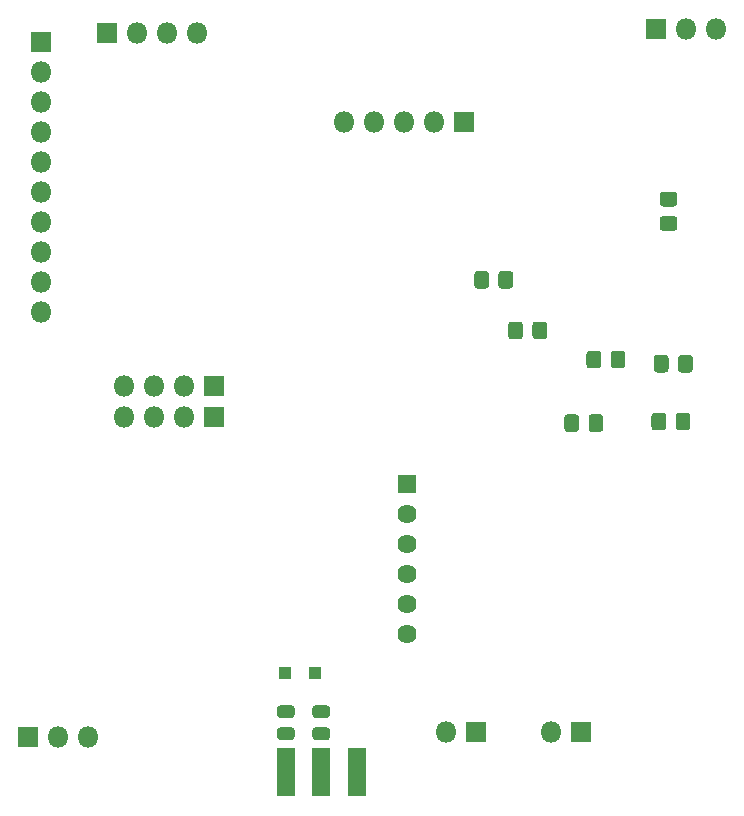
<source format=gbr>
%TF.GenerationSoftware,KiCad,Pcbnew,5.1.6-c6e7f7d~86~ubuntu16.04.1*%
%TF.CreationDate,2021-01-12T06:27:11+00:00*%
%TF.ProjectId,fx502p-minimal-sd,66783530-3270-42d6-9d69-6e696d616c2d,rev?*%
%TF.SameCoordinates,Original*%
%TF.FileFunction,Soldermask,Bot*%
%TF.FilePolarity,Negative*%
%FSLAX46Y46*%
G04 Gerber Fmt 4.6, Leading zero omitted, Abs format (unit mm)*
G04 Created by KiCad (PCBNEW 5.1.6-c6e7f7d~86~ubuntu16.04.1) date 2021-01-12 06:27:11*
%MOMM*%
%LPD*%
G01*
G04 APERTURE LIST*
%ADD10R,1.100000X1.100000*%
%ADD11O,1.800000X1.800000*%
%ADD12R,1.800000X1.800000*%
%ADD13R,1.624000X4.100000*%
%ADD14C,1.624000*%
%ADD15R,1.624000X1.624000*%
G04 APERTURE END LIST*
%TO.C,R22*%
G36*
G01*
X57378262Y-52000000D02*
X56421738Y-52000000D01*
G75*
G02*
X56150000Y-51728262I0J271738D01*
G01*
X56150000Y-51021738D01*
G75*
G02*
X56421738Y-50750000I271738J0D01*
G01*
X57378262Y-50750000D01*
G75*
G02*
X57650000Y-51021738I0J-271738D01*
G01*
X57650000Y-51728262D01*
G75*
G02*
X57378262Y-52000000I-271738J0D01*
G01*
G37*
G36*
G01*
X57378262Y-54050000D02*
X56421738Y-54050000D01*
G75*
G02*
X56150000Y-53778262I0J271738D01*
G01*
X56150000Y-53071738D01*
G75*
G02*
X56421738Y-52800000I271738J0D01*
G01*
X57378262Y-52800000D01*
G75*
G02*
X57650000Y-53071738I0J-271738D01*
G01*
X57650000Y-53778262D01*
G75*
G02*
X57378262Y-54050000I-271738J0D01*
G01*
G37*
%TD*%
D10*
%TO.C,D1*%
X26950000Y-91500000D03*
X24450000Y-91500000D03*
%TD*%
D11*
%TO.C,J7*%
X3810000Y-60960000D03*
X3810000Y-58420000D03*
X3810000Y-55880000D03*
X3810000Y-53340000D03*
X3810000Y-50800000D03*
X3810000Y-48260000D03*
X3810000Y-45720000D03*
X3810000Y-43180000D03*
X3810000Y-40640000D03*
D12*
X3810000Y-38100000D03*
%TD*%
D11*
%TO.C,J6*%
X7780000Y-96900000D03*
X5240000Y-96900000D03*
D12*
X2700000Y-96900000D03*
%TD*%
%TO.C,R6*%
G36*
G01*
X24018750Y-96100000D02*
X24981250Y-96100000D01*
G75*
G02*
X25250000Y-96368750I0J-268750D01*
G01*
X25250000Y-96906250D01*
G75*
G02*
X24981250Y-97175000I-268750J0D01*
G01*
X24018750Y-97175000D01*
G75*
G02*
X23750000Y-96906250I0J268750D01*
G01*
X23750000Y-96368750D01*
G75*
G02*
X24018750Y-96100000I268750J0D01*
G01*
G37*
G36*
G01*
X24018750Y-94225000D02*
X24981250Y-94225000D01*
G75*
G02*
X25250000Y-94493750I0J-268750D01*
G01*
X25250000Y-95031250D01*
G75*
G02*
X24981250Y-95300000I-268750J0D01*
G01*
X24018750Y-95300000D01*
G75*
G02*
X23750000Y-95031250I0J268750D01*
G01*
X23750000Y-94493750D01*
G75*
G02*
X24018750Y-94225000I268750J0D01*
G01*
G37*
%TD*%
%TO.C,R3*%
G36*
G01*
X27018750Y-96100000D02*
X27981250Y-96100000D01*
G75*
G02*
X28250000Y-96368750I0J-268750D01*
G01*
X28250000Y-96906250D01*
G75*
G02*
X27981250Y-97175000I-268750J0D01*
G01*
X27018750Y-97175000D01*
G75*
G02*
X26750000Y-96906250I0J268750D01*
G01*
X26750000Y-96368750D01*
G75*
G02*
X27018750Y-96100000I268750J0D01*
G01*
G37*
G36*
G01*
X27018750Y-94225000D02*
X27981250Y-94225000D01*
G75*
G02*
X28250000Y-94493750I0J-268750D01*
G01*
X28250000Y-95031250D01*
G75*
G02*
X27981250Y-95300000I-268750J0D01*
G01*
X27018750Y-95300000D01*
G75*
G02*
X26750000Y-95031250I0J268750D01*
G01*
X26750000Y-94493750D01*
G75*
G02*
X27018750Y-94225000I268750J0D01*
G01*
G37*
%TD*%
D13*
%TO.C,P1*%
X30500000Y-99900000D03*
X27500000Y-99900000D03*
X24500000Y-99900000D03*
%TD*%
D11*
%TO.C,J10*%
X17020000Y-37310000D03*
X14480000Y-37310000D03*
X11940000Y-37310000D03*
D12*
X9400000Y-37310000D03*
%TD*%
D11*
%TO.C,J9*%
X29390000Y-44800000D03*
X31930000Y-44800000D03*
X34470000Y-44800000D03*
X37010000Y-44800000D03*
D12*
X39550000Y-44800000D03*
%TD*%
D11*
%TO.C,J5*%
X10780000Y-67160000D03*
X13320000Y-67160000D03*
X15860000Y-67160000D03*
D12*
X18400000Y-67160000D03*
%TD*%
D11*
%TO.C,J4*%
X10780000Y-69800000D03*
X13320000Y-69800000D03*
X15860000Y-69800000D03*
D12*
X18400000Y-69800000D03*
%TD*%
D11*
%TO.C,J3*%
X60930000Y-37000000D03*
X58390000Y-37000000D03*
D12*
X55850000Y-37000000D03*
%TD*%
D11*
%TO.C,J2*%
X38100000Y-96520000D03*
D12*
X40640000Y-96520000D03*
%TD*%
D11*
%TO.C,J1*%
X46990000Y-96520000D03*
D12*
X49530000Y-96520000D03*
%TD*%
%TO.C,C35*%
G36*
G01*
X52000000Y-65428262D02*
X52000000Y-64471738D01*
G75*
G02*
X52271738Y-64200000I271738J0D01*
G01*
X52978262Y-64200000D01*
G75*
G02*
X53250000Y-64471738I0J-271738D01*
G01*
X53250000Y-65428262D01*
G75*
G02*
X52978262Y-65700000I-271738J0D01*
G01*
X52271738Y-65700000D01*
G75*
G02*
X52000000Y-65428262I0J271738D01*
G01*
G37*
G36*
G01*
X49950000Y-65428262D02*
X49950000Y-64471738D01*
G75*
G02*
X50221738Y-64200000I271738J0D01*
G01*
X50928262Y-64200000D01*
G75*
G02*
X51200000Y-64471738I0J-271738D01*
G01*
X51200000Y-65428262D01*
G75*
G02*
X50928262Y-65700000I-271738J0D01*
G01*
X50221738Y-65700000D01*
G75*
G02*
X49950000Y-65428262I0J271738D01*
G01*
G37*
%TD*%
%TO.C,C34*%
G36*
G01*
X50125001Y-70813263D02*
X50125001Y-69856739D01*
G75*
G02*
X50396739Y-69585001I271738J0D01*
G01*
X51103263Y-69585001D01*
G75*
G02*
X51375001Y-69856739I0J-271738D01*
G01*
X51375001Y-70813263D01*
G75*
G02*
X51103263Y-71085001I-271738J0D01*
G01*
X50396739Y-71085001D01*
G75*
G02*
X50125001Y-70813263I0J271738D01*
G01*
G37*
G36*
G01*
X48075001Y-70813263D02*
X48075001Y-69856739D01*
G75*
G02*
X48346739Y-69585001I271738J0D01*
G01*
X49053263Y-69585001D01*
G75*
G02*
X49325001Y-69856739I0J-271738D01*
G01*
X49325001Y-70813263D01*
G75*
G02*
X49053263Y-71085001I-271738J0D01*
G01*
X48346739Y-71085001D01*
G75*
G02*
X48075001Y-70813263I0J271738D01*
G01*
G37*
%TD*%
%TO.C,C32*%
G36*
G01*
X45375001Y-62963263D02*
X45375001Y-62006739D01*
G75*
G02*
X45646739Y-61735001I271738J0D01*
G01*
X46353263Y-61735001D01*
G75*
G02*
X46625001Y-62006739I0J-271738D01*
G01*
X46625001Y-62963263D01*
G75*
G02*
X46353263Y-63235001I-271738J0D01*
G01*
X45646739Y-63235001D01*
G75*
G02*
X45375001Y-62963263I0J271738D01*
G01*
G37*
G36*
G01*
X43325001Y-62963263D02*
X43325001Y-62006739D01*
G75*
G02*
X43596739Y-61735001I271738J0D01*
G01*
X44303263Y-61735001D01*
G75*
G02*
X44575001Y-62006739I0J-271738D01*
G01*
X44575001Y-62963263D01*
G75*
G02*
X44303263Y-63235001I-271738J0D01*
G01*
X43596739Y-63235001D01*
G75*
G02*
X43325001Y-62963263I0J271738D01*
G01*
G37*
%TD*%
%TO.C,C31*%
G36*
G01*
X57700000Y-65778262D02*
X57700000Y-64821738D01*
G75*
G02*
X57971738Y-64550000I271738J0D01*
G01*
X58678262Y-64550000D01*
G75*
G02*
X58950000Y-64821738I0J-271738D01*
G01*
X58950000Y-65778262D01*
G75*
G02*
X58678262Y-66050000I-271738J0D01*
G01*
X57971738Y-66050000D01*
G75*
G02*
X57700000Y-65778262I0J271738D01*
G01*
G37*
G36*
G01*
X55650000Y-65778262D02*
X55650000Y-64821738D01*
G75*
G02*
X55921738Y-64550000I271738J0D01*
G01*
X56628262Y-64550000D01*
G75*
G02*
X56900000Y-64821738I0J-271738D01*
G01*
X56900000Y-65778262D01*
G75*
G02*
X56628262Y-66050000I-271738J0D01*
G01*
X55921738Y-66050000D01*
G75*
G02*
X55650000Y-65778262I0J271738D01*
G01*
G37*
%TD*%
%TO.C,C26*%
G36*
G01*
X42500000Y-58678262D02*
X42500000Y-57721738D01*
G75*
G02*
X42771738Y-57450000I271738J0D01*
G01*
X43478262Y-57450000D01*
G75*
G02*
X43750000Y-57721738I0J-271738D01*
G01*
X43750000Y-58678262D01*
G75*
G02*
X43478262Y-58950000I-271738J0D01*
G01*
X42771738Y-58950000D01*
G75*
G02*
X42500000Y-58678262I0J271738D01*
G01*
G37*
G36*
G01*
X40450000Y-58678262D02*
X40450000Y-57721738D01*
G75*
G02*
X40721738Y-57450000I271738J0D01*
G01*
X41428262Y-57450000D01*
G75*
G02*
X41700000Y-57721738I0J-271738D01*
G01*
X41700000Y-58678262D01*
G75*
G02*
X41428262Y-58950000I-271738J0D01*
G01*
X40721738Y-58950000D01*
G75*
G02*
X40450000Y-58678262I0J271738D01*
G01*
G37*
%TD*%
%TO.C,C19*%
G36*
G01*
X57500000Y-70678262D02*
X57500000Y-69721738D01*
G75*
G02*
X57771738Y-69450000I271738J0D01*
G01*
X58478262Y-69450000D01*
G75*
G02*
X58750000Y-69721738I0J-271738D01*
G01*
X58750000Y-70678262D01*
G75*
G02*
X58478262Y-70950000I-271738J0D01*
G01*
X57771738Y-70950000D01*
G75*
G02*
X57500000Y-70678262I0J271738D01*
G01*
G37*
G36*
G01*
X55450000Y-70678262D02*
X55450000Y-69721738D01*
G75*
G02*
X55721738Y-69450000I271738J0D01*
G01*
X56428262Y-69450000D01*
G75*
G02*
X56700000Y-69721738I0J-271738D01*
G01*
X56700000Y-70678262D01*
G75*
G02*
X56428262Y-70950000I-271738J0D01*
G01*
X55721738Y-70950000D01*
G75*
G02*
X55450000Y-70678262I0J271738D01*
G01*
G37*
%TD*%
D14*
%TO.C,A1*%
X34800000Y-88200000D03*
X34800000Y-85660000D03*
X34800000Y-83120000D03*
X34800000Y-80580000D03*
X34800000Y-78040000D03*
D15*
X34800000Y-75500000D03*
%TD*%
M02*

</source>
